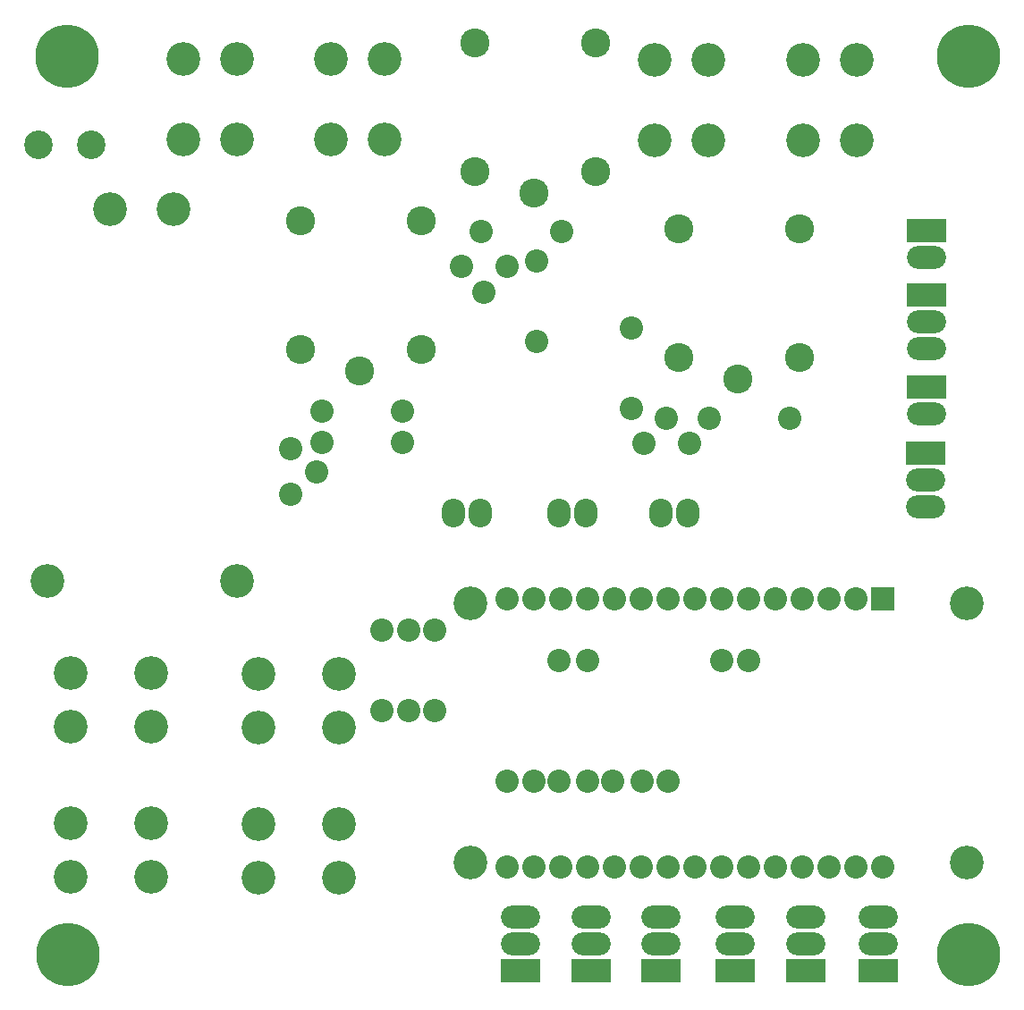
<source format=gbs>
G04*
G04 #@! TF.GenerationSoftware,Altium Limited,Altium Designer,20.0.13 (296)*
G04*
G04 Layer_Color=16711935*
%FSLAX25Y25*%
%MOIN*%
G70*
G01*
G75*
%ADD19C,0.10642*%
%ADD20C,0.08674*%
%ADD21C,0.12611*%
%ADD22O,0.08674X0.10642*%
%ADD23R,0.08674X0.08674*%
%ADD24C,0.10800*%
%ADD25R,0.14580X0.08674*%
%ADD26O,0.14580X0.08674*%
%ADD27C,0.23635*%
%ADD28C,0.04737*%
D19*
X116000Y425000D02*
D03*
X135685D02*
D03*
D20*
X221500Y314000D02*
D03*
X251500D02*
D03*
X301500Y381500D02*
D03*
Y351500D02*
D03*
X337000Y326500D02*
D03*
Y356500D02*
D03*
X263500Y244000D02*
D03*
Y214000D02*
D03*
X254000Y244000D02*
D03*
Y214000D02*
D03*
X244000Y244000D02*
D03*
Y214000D02*
D03*
X290583Y155500D02*
D03*
X300583D02*
D03*
X310583D02*
D03*
X320583D02*
D03*
X330583D02*
D03*
X340583D02*
D03*
X350583D02*
D03*
X360583D02*
D03*
X370583D02*
D03*
X380583D02*
D03*
X390583D02*
D03*
X400583D02*
D03*
X410583D02*
D03*
X420583D02*
D03*
X430583D02*
D03*
X290583Y255500D02*
D03*
X300583D02*
D03*
X310583D02*
D03*
X320583D02*
D03*
X330583D02*
D03*
X340583D02*
D03*
X350583D02*
D03*
X360583D02*
D03*
X370583D02*
D03*
X380583D02*
D03*
X390583D02*
D03*
X400583D02*
D03*
X410583D02*
D03*
X420583D02*
D03*
X358500Y313500D02*
D03*
X350000Y323000D02*
D03*
X341500Y313500D02*
D03*
X366000Y323000D02*
D03*
X396000D02*
D03*
X281000Y392500D02*
D03*
X311000D02*
D03*
X273500Y379500D02*
D03*
X282000Y370000D02*
D03*
X290500Y379500D02*
D03*
X221500Y325500D02*
D03*
X251500D02*
D03*
X210000Y294500D02*
D03*
X219500Y303000D02*
D03*
X210000Y311500D02*
D03*
X290500Y187500D02*
D03*
X350500D02*
D03*
X341000D02*
D03*
X330000D02*
D03*
X320500D02*
D03*
X310000D02*
D03*
X300500D02*
D03*
X310000Y232500D02*
D03*
X320500D02*
D03*
X380500D02*
D03*
X370500D02*
D03*
D21*
X401000Y426500D02*
D03*
Y456500D02*
D03*
X421000Y426500D02*
D03*
Y456500D02*
D03*
X345500Y426500D02*
D03*
Y456500D02*
D03*
X365500Y426500D02*
D03*
Y456500D02*
D03*
X225000Y427000D02*
D03*
Y457000D02*
D03*
X245000Y427000D02*
D03*
Y457000D02*
D03*
X170000Y427000D02*
D03*
Y457000D02*
D03*
X190000Y427000D02*
D03*
Y457000D02*
D03*
X189959Y262134D02*
D03*
X119093D02*
D03*
X142715Y400716D02*
D03*
X166337D02*
D03*
X461921Y253847D02*
D03*
Y157350D02*
D03*
X277079D02*
D03*
Y253847D02*
D03*
X228000Y207500D02*
D03*
X198000D02*
D03*
X228000Y227500D02*
D03*
X198000D02*
D03*
X158000Y208000D02*
D03*
X128000D02*
D03*
X158000Y228000D02*
D03*
X128000D02*
D03*
X228000Y151500D02*
D03*
X198000D02*
D03*
X228000Y171500D02*
D03*
X198000D02*
D03*
X158000Y152000D02*
D03*
X128000D02*
D03*
X158000Y172000D02*
D03*
X128000D02*
D03*
D22*
X358000Y287500D02*
D03*
X348000D02*
D03*
X320000D02*
D03*
X310000D02*
D03*
X280500D02*
D03*
X270500D02*
D03*
D23*
X430583Y255500D02*
D03*
D24*
X399500Y393500D02*
D03*
X354500D02*
D03*
X376500Y337500D02*
D03*
X399500Y345500D02*
D03*
X354500D02*
D03*
X258500Y396500D02*
D03*
X213500D02*
D03*
X235500Y340500D02*
D03*
X258500Y348500D02*
D03*
X213500D02*
D03*
X323500Y463000D02*
D03*
X278500D02*
D03*
X300500Y407000D02*
D03*
X323500Y415000D02*
D03*
X278500D02*
D03*
D25*
X447000Y393000D02*
D03*
Y334500D02*
D03*
Y369000D02*
D03*
X446500Y310000D02*
D03*
X295500Y117000D02*
D03*
X322000D02*
D03*
X348000D02*
D03*
X375500D02*
D03*
X402000D02*
D03*
X429000D02*
D03*
D26*
X447000Y383000D02*
D03*
Y324500D02*
D03*
Y359000D02*
D03*
Y349000D02*
D03*
X446500Y300000D02*
D03*
Y290000D02*
D03*
X295500Y127000D02*
D03*
Y137000D02*
D03*
X322000Y127000D02*
D03*
Y137000D02*
D03*
X348000Y127000D02*
D03*
Y137000D02*
D03*
X375500Y127000D02*
D03*
Y137000D02*
D03*
X402000Y127000D02*
D03*
Y137000D02*
D03*
X429000Y127000D02*
D03*
Y137000D02*
D03*
D27*
X126500Y458000D02*
D03*
X127000Y123000D02*
D03*
X462500D02*
D03*
Y458000D02*
D03*
D28*
X132624Y451875D02*
D03*
X120376D02*
D03*
X117839Y458000D02*
D03*
X120376Y464124D02*
D03*
X132821Y464223D02*
D03*
X135358Y458098D02*
D03*
X126500Y449339D02*
D03*
Y466661D02*
D03*
X133124Y116876D02*
D03*
X120876D02*
D03*
X118339Y123000D02*
D03*
X120876Y129124D02*
D03*
X133321Y129223D02*
D03*
X135858Y123098D02*
D03*
X127000Y114339D02*
D03*
Y131661D02*
D03*
X468624Y116876D02*
D03*
X456376D02*
D03*
X453839Y123000D02*
D03*
X456376Y129124D02*
D03*
X468821Y129223D02*
D03*
X471358Y123098D02*
D03*
X462500Y114339D02*
D03*
Y131661D02*
D03*
X468624Y451875D02*
D03*
X456376D02*
D03*
X453839Y458000D02*
D03*
X456376Y464124D02*
D03*
X468821Y464223D02*
D03*
X471358Y458098D02*
D03*
X462500Y449339D02*
D03*
Y466661D02*
D03*
M02*

</source>
